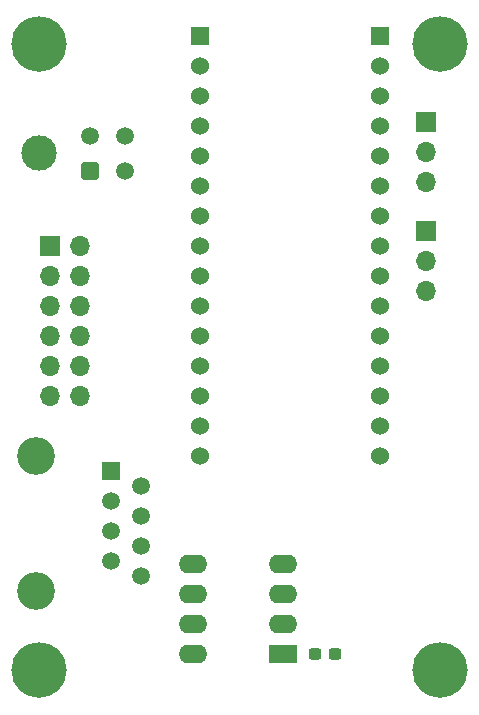
<source format=gts>
G04 #@! TF.GenerationSoftware,KiCad,Pcbnew,6.0.7*
G04 #@! TF.CreationDate,2022-09-24T12:22:05-05:00*
G04 #@! TF.ProjectId,Penguinator-Glue-Board,50656e67-7569-46e6-9174-6f722d476c75,rev?*
G04 #@! TF.SameCoordinates,Original*
G04 #@! TF.FileFunction,Soldermask,Top*
G04 #@! TF.FilePolarity,Negative*
%FSLAX46Y46*%
G04 Gerber Fmt 4.6, Leading zero omitted, Abs format (unit mm)*
G04 Created by KiCad (PCBNEW 6.0.7) date 2022-09-24 12:22:05*
%MOMM*%
%LPD*%
G01*
G04 APERTURE LIST*
G04 Aperture macros list*
%AMRoundRect*
0 Rectangle with rounded corners*
0 $1 Rounding radius*
0 $2 $3 $4 $5 $6 $7 $8 $9 X,Y pos of 4 corners*
0 Add a 4 corners polygon primitive as box body*
4,1,4,$2,$3,$4,$5,$6,$7,$8,$9,$2,$3,0*
0 Add four circle primitives for the rounded corners*
1,1,$1+$1,$2,$3*
1,1,$1+$1,$4,$5*
1,1,$1+$1,$6,$7*
1,1,$1+$1,$8,$9*
0 Add four rect primitives between the rounded corners*
20,1,$1+$1,$2,$3,$4,$5,0*
20,1,$1+$1,$4,$5,$6,$7,0*
20,1,$1+$1,$6,$7,$8,$9,0*
20,1,$1+$1,$8,$9,$2,$3,0*%
G04 Aperture macros list end*
%ADD10R,1.700000X1.700000*%
%ADD11O,1.700000X1.700000*%
%ADD12C,3.200000*%
%ADD13R,1.500000X1.500000*%
%ADD14C,1.500000*%
%ADD15R,2.400000X1.600000*%
%ADD16O,2.400000X1.600000*%
%ADD17C,3.100000*%
%ADD18C,4.700000*%
%ADD19C,3.000000*%
%ADD20RoundRect,0.250001X0.499999X-0.499999X0.499999X0.499999X-0.499999X0.499999X-0.499999X-0.499999X0*%
%ADD21RoundRect,0.237500X0.300000X0.237500X-0.300000X0.237500X-0.300000X-0.237500X0.300000X-0.237500X0*%
%ADD22R,1.530000X1.530000*%
%ADD23C,1.530000*%
G04 APERTURE END LIST*
D10*
X36250000Y-10050000D03*
D11*
X36250000Y-12590000D03*
X36250000Y-15130000D03*
D10*
X36225000Y-19300000D03*
D11*
X36225000Y-21840000D03*
X36225000Y-24380000D03*
D12*
X3200000Y-38330000D03*
X3200000Y-49760000D03*
D13*
X9550000Y-39600000D03*
D14*
X12090000Y-40870000D03*
X9550000Y-42140000D03*
X12090000Y-43410000D03*
X9550000Y-44680000D03*
X12090000Y-45950000D03*
X9550000Y-47220000D03*
X12090000Y-48490000D03*
D10*
X4425000Y-20550000D03*
D11*
X6965000Y-20550000D03*
X4425000Y-23090000D03*
X6965000Y-23090000D03*
X4425000Y-25630000D03*
X6965000Y-25630000D03*
X4425000Y-28170000D03*
X6965000Y-28170000D03*
X4425000Y-30710000D03*
X6965000Y-30710000D03*
X4425000Y-33250000D03*
X6965000Y-33250000D03*
D15*
X24175000Y-55100000D03*
D16*
X24175000Y-52560000D03*
X24175000Y-50020000D03*
X24175000Y-47480000D03*
X16555000Y-47480000D03*
X16555000Y-50020000D03*
X16555000Y-52560000D03*
X16555000Y-55100000D03*
D17*
X37400000Y-56500000D03*
D18*
X37400000Y-56500000D03*
X3500000Y-3500000D03*
D17*
X3500000Y-3500000D03*
X3500000Y-56500000D03*
D18*
X3500000Y-56500000D03*
D17*
X37400000Y-3500000D03*
D18*
X37400000Y-3500000D03*
D19*
X3480000Y-12750000D03*
D20*
X7800000Y-14250000D03*
D14*
X7800000Y-11250000D03*
X10800000Y-14250000D03*
X10800000Y-11250000D03*
D21*
X28578500Y-55110000D03*
X26853500Y-55110000D03*
D22*
X17130000Y-2785000D03*
D23*
X17130000Y-5325000D03*
X17130000Y-7865000D03*
X17130000Y-10405000D03*
X17130000Y-12945000D03*
X17130000Y-15485000D03*
X17130000Y-18025000D03*
X17130000Y-20565000D03*
X17130000Y-23105000D03*
X17130000Y-25645000D03*
X17130000Y-28185000D03*
X17130000Y-30725000D03*
X17130000Y-33265000D03*
X17130000Y-35805000D03*
X17130000Y-38345000D03*
X32370000Y-38345000D03*
X32370000Y-35805000D03*
X32370000Y-33265000D03*
X32370000Y-30725000D03*
X32370000Y-28185000D03*
X32370000Y-25645000D03*
X32370000Y-23105000D03*
X32370000Y-20565000D03*
X32370000Y-18025000D03*
X32370000Y-15485000D03*
X32370000Y-12945000D03*
X32370000Y-10405000D03*
X32370000Y-7865000D03*
X32370000Y-5325000D03*
D22*
X32370000Y-2785000D03*
M02*

</source>
